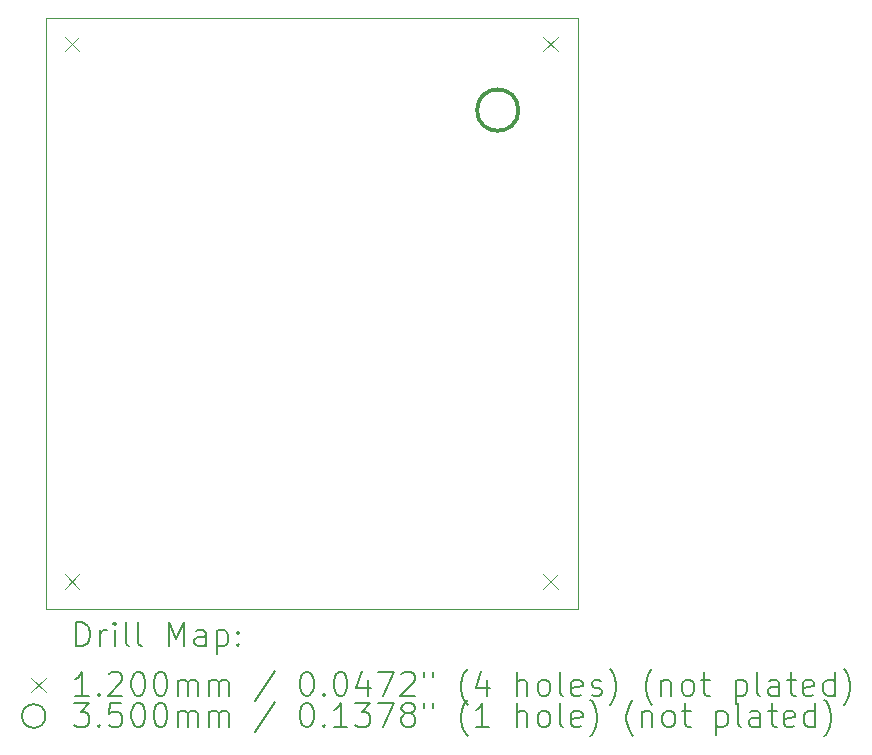
<source format=gbr>
%TF.GenerationSoftware,KiCad,Pcbnew,8.0.1*%
%TF.CreationDate,2024-04-11T07:46:41+08:00*%
%TF.ProjectId,input-nodes,696e7075-742d-46e6-9f64-65732e6b6963,rev?*%
%TF.SameCoordinates,Original*%
%TF.FileFunction,Drillmap*%
%TF.FilePolarity,Positive*%
%FSLAX45Y45*%
G04 Gerber Fmt 4.5, Leading zero omitted, Abs format (unit mm)*
G04 Created by KiCad (PCBNEW 8.0.1) date 2024-04-11 07:46:41*
%MOMM*%
%LPD*%
G01*
G04 APERTURE LIST*
%ADD10C,0.100000*%
%ADD11C,0.200000*%
%ADD12C,0.120000*%
%ADD13C,0.350000*%
G04 APERTURE END LIST*
D10*
X9080000Y-7280000D02*
X13580000Y-7280000D01*
X13580000Y-12280000D01*
X9080000Y-12280000D01*
X9080000Y-7280000D01*
D11*
D12*
X9240000Y-7440000D02*
X9360000Y-7560000D01*
X9360000Y-7440000D02*
X9240000Y-7560000D01*
X9240000Y-11990000D02*
X9360000Y-12110000D01*
X9360000Y-11990000D02*
X9240000Y-12110000D01*
X13290000Y-7440000D02*
X13410000Y-7560000D01*
X13410000Y-7440000D02*
X13290000Y-7560000D01*
X13290000Y-11990000D02*
X13410000Y-12110000D01*
X13410000Y-11990000D02*
X13290000Y-12110000D01*
D13*
X13078000Y-8059000D02*
G75*
G02*
X12728000Y-8059000I-175000J0D01*
G01*
X12728000Y-8059000D02*
G75*
G02*
X13078000Y-8059000I175000J0D01*
G01*
D11*
X9335777Y-12596484D02*
X9335777Y-12396484D01*
X9335777Y-12396484D02*
X9383396Y-12396484D01*
X9383396Y-12396484D02*
X9411967Y-12406008D01*
X9411967Y-12406008D02*
X9431015Y-12425055D01*
X9431015Y-12425055D02*
X9440539Y-12444103D01*
X9440539Y-12444103D02*
X9450063Y-12482198D01*
X9450063Y-12482198D02*
X9450063Y-12510769D01*
X9450063Y-12510769D02*
X9440539Y-12548865D01*
X9440539Y-12548865D02*
X9431015Y-12567912D01*
X9431015Y-12567912D02*
X9411967Y-12586960D01*
X9411967Y-12586960D02*
X9383396Y-12596484D01*
X9383396Y-12596484D02*
X9335777Y-12596484D01*
X9535777Y-12596484D02*
X9535777Y-12463150D01*
X9535777Y-12501246D02*
X9545301Y-12482198D01*
X9545301Y-12482198D02*
X9554824Y-12472674D01*
X9554824Y-12472674D02*
X9573872Y-12463150D01*
X9573872Y-12463150D02*
X9592920Y-12463150D01*
X9659586Y-12596484D02*
X9659586Y-12463150D01*
X9659586Y-12396484D02*
X9650063Y-12406008D01*
X9650063Y-12406008D02*
X9659586Y-12415531D01*
X9659586Y-12415531D02*
X9669110Y-12406008D01*
X9669110Y-12406008D02*
X9659586Y-12396484D01*
X9659586Y-12396484D02*
X9659586Y-12415531D01*
X9783396Y-12596484D02*
X9764348Y-12586960D01*
X9764348Y-12586960D02*
X9754824Y-12567912D01*
X9754824Y-12567912D02*
X9754824Y-12396484D01*
X9888158Y-12596484D02*
X9869110Y-12586960D01*
X9869110Y-12586960D02*
X9859586Y-12567912D01*
X9859586Y-12567912D02*
X9859586Y-12396484D01*
X10116729Y-12596484D02*
X10116729Y-12396484D01*
X10116729Y-12396484D02*
X10183396Y-12539341D01*
X10183396Y-12539341D02*
X10250063Y-12396484D01*
X10250063Y-12396484D02*
X10250063Y-12596484D01*
X10431015Y-12596484D02*
X10431015Y-12491722D01*
X10431015Y-12491722D02*
X10421491Y-12472674D01*
X10421491Y-12472674D02*
X10402444Y-12463150D01*
X10402444Y-12463150D02*
X10364348Y-12463150D01*
X10364348Y-12463150D02*
X10345301Y-12472674D01*
X10431015Y-12586960D02*
X10411967Y-12596484D01*
X10411967Y-12596484D02*
X10364348Y-12596484D01*
X10364348Y-12596484D02*
X10345301Y-12586960D01*
X10345301Y-12586960D02*
X10335777Y-12567912D01*
X10335777Y-12567912D02*
X10335777Y-12548865D01*
X10335777Y-12548865D02*
X10345301Y-12529817D01*
X10345301Y-12529817D02*
X10364348Y-12520293D01*
X10364348Y-12520293D02*
X10411967Y-12520293D01*
X10411967Y-12520293D02*
X10431015Y-12510769D01*
X10526253Y-12463150D02*
X10526253Y-12663150D01*
X10526253Y-12472674D02*
X10545301Y-12463150D01*
X10545301Y-12463150D02*
X10583396Y-12463150D01*
X10583396Y-12463150D02*
X10602444Y-12472674D01*
X10602444Y-12472674D02*
X10611967Y-12482198D01*
X10611967Y-12482198D02*
X10621491Y-12501246D01*
X10621491Y-12501246D02*
X10621491Y-12558388D01*
X10621491Y-12558388D02*
X10611967Y-12577436D01*
X10611967Y-12577436D02*
X10602444Y-12586960D01*
X10602444Y-12586960D02*
X10583396Y-12596484D01*
X10583396Y-12596484D02*
X10545301Y-12596484D01*
X10545301Y-12596484D02*
X10526253Y-12586960D01*
X10707205Y-12577436D02*
X10716729Y-12586960D01*
X10716729Y-12586960D02*
X10707205Y-12596484D01*
X10707205Y-12596484D02*
X10697682Y-12586960D01*
X10697682Y-12586960D02*
X10707205Y-12577436D01*
X10707205Y-12577436D02*
X10707205Y-12596484D01*
X10707205Y-12472674D02*
X10716729Y-12482198D01*
X10716729Y-12482198D02*
X10707205Y-12491722D01*
X10707205Y-12491722D02*
X10697682Y-12482198D01*
X10697682Y-12482198D02*
X10707205Y-12472674D01*
X10707205Y-12472674D02*
X10707205Y-12491722D01*
D12*
X8955000Y-12865000D02*
X9075000Y-12985000D01*
X9075000Y-12865000D02*
X8955000Y-12985000D01*
D11*
X9440539Y-13016484D02*
X9326253Y-13016484D01*
X9383396Y-13016484D02*
X9383396Y-12816484D01*
X9383396Y-12816484D02*
X9364348Y-12845055D01*
X9364348Y-12845055D02*
X9345301Y-12864103D01*
X9345301Y-12864103D02*
X9326253Y-12873627D01*
X9526253Y-12997436D02*
X9535777Y-13006960D01*
X9535777Y-13006960D02*
X9526253Y-13016484D01*
X9526253Y-13016484D02*
X9516729Y-13006960D01*
X9516729Y-13006960D02*
X9526253Y-12997436D01*
X9526253Y-12997436D02*
X9526253Y-13016484D01*
X9611967Y-12835531D02*
X9621491Y-12826008D01*
X9621491Y-12826008D02*
X9640539Y-12816484D01*
X9640539Y-12816484D02*
X9688158Y-12816484D01*
X9688158Y-12816484D02*
X9707205Y-12826008D01*
X9707205Y-12826008D02*
X9716729Y-12835531D01*
X9716729Y-12835531D02*
X9726253Y-12854579D01*
X9726253Y-12854579D02*
X9726253Y-12873627D01*
X9726253Y-12873627D02*
X9716729Y-12902198D01*
X9716729Y-12902198D02*
X9602444Y-13016484D01*
X9602444Y-13016484D02*
X9726253Y-13016484D01*
X9850063Y-12816484D02*
X9869110Y-12816484D01*
X9869110Y-12816484D02*
X9888158Y-12826008D01*
X9888158Y-12826008D02*
X9897682Y-12835531D01*
X9897682Y-12835531D02*
X9907205Y-12854579D01*
X9907205Y-12854579D02*
X9916729Y-12892674D01*
X9916729Y-12892674D02*
X9916729Y-12940293D01*
X9916729Y-12940293D02*
X9907205Y-12978388D01*
X9907205Y-12978388D02*
X9897682Y-12997436D01*
X9897682Y-12997436D02*
X9888158Y-13006960D01*
X9888158Y-13006960D02*
X9869110Y-13016484D01*
X9869110Y-13016484D02*
X9850063Y-13016484D01*
X9850063Y-13016484D02*
X9831015Y-13006960D01*
X9831015Y-13006960D02*
X9821491Y-12997436D01*
X9821491Y-12997436D02*
X9811967Y-12978388D01*
X9811967Y-12978388D02*
X9802444Y-12940293D01*
X9802444Y-12940293D02*
X9802444Y-12892674D01*
X9802444Y-12892674D02*
X9811967Y-12854579D01*
X9811967Y-12854579D02*
X9821491Y-12835531D01*
X9821491Y-12835531D02*
X9831015Y-12826008D01*
X9831015Y-12826008D02*
X9850063Y-12816484D01*
X10040539Y-12816484D02*
X10059586Y-12816484D01*
X10059586Y-12816484D02*
X10078634Y-12826008D01*
X10078634Y-12826008D02*
X10088158Y-12835531D01*
X10088158Y-12835531D02*
X10097682Y-12854579D01*
X10097682Y-12854579D02*
X10107205Y-12892674D01*
X10107205Y-12892674D02*
X10107205Y-12940293D01*
X10107205Y-12940293D02*
X10097682Y-12978388D01*
X10097682Y-12978388D02*
X10088158Y-12997436D01*
X10088158Y-12997436D02*
X10078634Y-13006960D01*
X10078634Y-13006960D02*
X10059586Y-13016484D01*
X10059586Y-13016484D02*
X10040539Y-13016484D01*
X10040539Y-13016484D02*
X10021491Y-13006960D01*
X10021491Y-13006960D02*
X10011967Y-12997436D01*
X10011967Y-12997436D02*
X10002444Y-12978388D01*
X10002444Y-12978388D02*
X9992920Y-12940293D01*
X9992920Y-12940293D02*
X9992920Y-12892674D01*
X9992920Y-12892674D02*
X10002444Y-12854579D01*
X10002444Y-12854579D02*
X10011967Y-12835531D01*
X10011967Y-12835531D02*
X10021491Y-12826008D01*
X10021491Y-12826008D02*
X10040539Y-12816484D01*
X10192920Y-13016484D02*
X10192920Y-12883150D01*
X10192920Y-12902198D02*
X10202444Y-12892674D01*
X10202444Y-12892674D02*
X10221491Y-12883150D01*
X10221491Y-12883150D02*
X10250063Y-12883150D01*
X10250063Y-12883150D02*
X10269110Y-12892674D01*
X10269110Y-12892674D02*
X10278634Y-12911722D01*
X10278634Y-12911722D02*
X10278634Y-13016484D01*
X10278634Y-12911722D02*
X10288158Y-12892674D01*
X10288158Y-12892674D02*
X10307205Y-12883150D01*
X10307205Y-12883150D02*
X10335777Y-12883150D01*
X10335777Y-12883150D02*
X10354825Y-12892674D01*
X10354825Y-12892674D02*
X10364348Y-12911722D01*
X10364348Y-12911722D02*
X10364348Y-13016484D01*
X10459586Y-13016484D02*
X10459586Y-12883150D01*
X10459586Y-12902198D02*
X10469110Y-12892674D01*
X10469110Y-12892674D02*
X10488158Y-12883150D01*
X10488158Y-12883150D02*
X10516729Y-12883150D01*
X10516729Y-12883150D02*
X10535777Y-12892674D01*
X10535777Y-12892674D02*
X10545301Y-12911722D01*
X10545301Y-12911722D02*
X10545301Y-13016484D01*
X10545301Y-12911722D02*
X10554825Y-12892674D01*
X10554825Y-12892674D02*
X10573872Y-12883150D01*
X10573872Y-12883150D02*
X10602444Y-12883150D01*
X10602444Y-12883150D02*
X10621491Y-12892674D01*
X10621491Y-12892674D02*
X10631015Y-12911722D01*
X10631015Y-12911722D02*
X10631015Y-13016484D01*
X11021491Y-12806960D02*
X10850063Y-13064103D01*
X11278634Y-12816484D02*
X11297682Y-12816484D01*
X11297682Y-12816484D02*
X11316729Y-12826008D01*
X11316729Y-12826008D02*
X11326253Y-12835531D01*
X11326253Y-12835531D02*
X11335777Y-12854579D01*
X11335777Y-12854579D02*
X11345301Y-12892674D01*
X11345301Y-12892674D02*
X11345301Y-12940293D01*
X11345301Y-12940293D02*
X11335777Y-12978388D01*
X11335777Y-12978388D02*
X11326253Y-12997436D01*
X11326253Y-12997436D02*
X11316729Y-13006960D01*
X11316729Y-13006960D02*
X11297682Y-13016484D01*
X11297682Y-13016484D02*
X11278634Y-13016484D01*
X11278634Y-13016484D02*
X11259586Y-13006960D01*
X11259586Y-13006960D02*
X11250063Y-12997436D01*
X11250063Y-12997436D02*
X11240539Y-12978388D01*
X11240539Y-12978388D02*
X11231015Y-12940293D01*
X11231015Y-12940293D02*
X11231015Y-12892674D01*
X11231015Y-12892674D02*
X11240539Y-12854579D01*
X11240539Y-12854579D02*
X11250063Y-12835531D01*
X11250063Y-12835531D02*
X11259586Y-12826008D01*
X11259586Y-12826008D02*
X11278634Y-12816484D01*
X11431015Y-12997436D02*
X11440539Y-13006960D01*
X11440539Y-13006960D02*
X11431015Y-13016484D01*
X11431015Y-13016484D02*
X11421491Y-13006960D01*
X11421491Y-13006960D02*
X11431015Y-12997436D01*
X11431015Y-12997436D02*
X11431015Y-13016484D01*
X11564348Y-12816484D02*
X11583396Y-12816484D01*
X11583396Y-12816484D02*
X11602444Y-12826008D01*
X11602444Y-12826008D02*
X11611967Y-12835531D01*
X11611967Y-12835531D02*
X11621491Y-12854579D01*
X11621491Y-12854579D02*
X11631015Y-12892674D01*
X11631015Y-12892674D02*
X11631015Y-12940293D01*
X11631015Y-12940293D02*
X11621491Y-12978388D01*
X11621491Y-12978388D02*
X11611967Y-12997436D01*
X11611967Y-12997436D02*
X11602444Y-13006960D01*
X11602444Y-13006960D02*
X11583396Y-13016484D01*
X11583396Y-13016484D02*
X11564348Y-13016484D01*
X11564348Y-13016484D02*
X11545301Y-13006960D01*
X11545301Y-13006960D02*
X11535777Y-12997436D01*
X11535777Y-12997436D02*
X11526253Y-12978388D01*
X11526253Y-12978388D02*
X11516729Y-12940293D01*
X11516729Y-12940293D02*
X11516729Y-12892674D01*
X11516729Y-12892674D02*
X11526253Y-12854579D01*
X11526253Y-12854579D02*
X11535777Y-12835531D01*
X11535777Y-12835531D02*
X11545301Y-12826008D01*
X11545301Y-12826008D02*
X11564348Y-12816484D01*
X11802444Y-12883150D02*
X11802444Y-13016484D01*
X11754825Y-12806960D02*
X11707206Y-12949817D01*
X11707206Y-12949817D02*
X11831015Y-12949817D01*
X11888158Y-12816484D02*
X12021491Y-12816484D01*
X12021491Y-12816484D02*
X11935777Y-13016484D01*
X12088158Y-12835531D02*
X12097682Y-12826008D01*
X12097682Y-12826008D02*
X12116729Y-12816484D01*
X12116729Y-12816484D02*
X12164348Y-12816484D01*
X12164348Y-12816484D02*
X12183396Y-12826008D01*
X12183396Y-12826008D02*
X12192920Y-12835531D01*
X12192920Y-12835531D02*
X12202444Y-12854579D01*
X12202444Y-12854579D02*
X12202444Y-12873627D01*
X12202444Y-12873627D02*
X12192920Y-12902198D01*
X12192920Y-12902198D02*
X12078634Y-13016484D01*
X12078634Y-13016484D02*
X12202444Y-13016484D01*
X12278634Y-12816484D02*
X12278634Y-12854579D01*
X12354825Y-12816484D02*
X12354825Y-12854579D01*
X12650063Y-13092674D02*
X12640539Y-13083150D01*
X12640539Y-13083150D02*
X12621491Y-13054579D01*
X12621491Y-13054579D02*
X12611968Y-13035531D01*
X12611968Y-13035531D02*
X12602444Y-13006960D01*
X12602444Y-13006960D02*
X12592920Y-12959341D01*
X12592920Y-12959341D02*
X12592920Y-12921246D01*
X12592920Y-12921246D02*
X12602444Y-12873627D01*
X12602444Y-12873627D02*
X12611968Y-12845055D01*
X12611968Y-12845055D02*
X12621491Y-12826008D01*
X12621491Y-12826008D02*
X12640539Y-12797436D01*
X12640539Y-12797436D02*
X12650063Y-12787912D01*
X12811968Y-12883150D02*
X12811968Y-13016484D01*
X12764348Y-12806960D02*
X12716729Y-12949817D01*
X12716729Y-12949817D02*
X12840539Y-12949817D01*
X13069110Y-13016484D02*
X13069110Y-12816484D01*
X13154825Y-13016484D02*
X13154825Y-12911722D01*
X13154825Y-12911722D02*
X13145301Y-12892674D01*
X13145301Y-12892674D02*
X13126253Y-12883150D01*
X13126253Y-12883150D02*
X13097682Y-12883150D01*
X13097682Y-12883150D02*
X13078634Y-12892674D01*
X13078634Y-12892674D02*
X13069110Y-12902198D01*
X13278634Y-13016484D02*
X13259587Y-13006960D01*
X13259587Y-13006960D02*
X13250063Y-12997436D01*
X13250063Y-12997436D02*
X13240539Y-12978388D01*
X13240539Y-12978388D02*
X13240539Y-12921246D01*
X13240539Y-12921246D02*
X13250063Y-12902198D01*
X13250063Y-12902198D02*
X13259587Y-12892674D01*
X13259587Y-12892674D02*
X13278634Y-12883150D01*
X13278634Y-12883150D02*
X13307206Y-12883150D01*
X13307206Y-12883150D02*
X13326253Y-12892674D01*
X13326253Y-12892674D02*
X13335777Y-12902198D01*
X13335777Y-12902198D02*
X13345301Y-12921246D01*
X13345301Y-12921246D02*
X13345301Y-12978388D01*
X13345301Y-12978388D02*
X13335777Y-12997436D01*
X13335777Y-12997436D02*
X13326253Y-13006960D01*
X13326253Y-13006960D02*
X13307206Y-13016484D01*
X13307206Y-13016484D02*
X13278634Y-13016484D01*
X13459587Y-13016484D02*
X13440539Y-13006960D01*
X13440539Y-13006960D02*
X13431015Y-12987912D01*
X13431015Y-12987912D02*
X13431015Y-12816484D01*
X13611968Y-13006960D02*
X13592920Y-13016484D01*
X13592920Y-13016484D02*
X13554825Y-13016484D01*
X13554825Y-13016484D02*
X13535777Y-13006960D01*
X13535777Y-13006960D02*
X13526253Y-12987912D01*
X13526253Y-12987912D02*
X13526253Y-12911722D01*
X13526253Y-12911722D02*
X13535777Y-12892674D01*
X13535777Y-12892674D02*
X13554825Y-12883150D01*
X13554825Y-12883150D02*
X13592920Y-12883150D01*
X13592920Y-12883150D02*
X13611968Y-12892674D01*
X13611968Y-12892674D02*
X13621491Y-12911722D01*
X13621491Y-12911722D02*
X13621491Y-12930769D01*
X13621491Y-12930769D02*
X13526253Y-12949817D01*
X13697682Y-13006960D02*
X13716730Y-13016484D01*
X13716730Y-13016484D02*
X13754825Y-13016484D01*
X13754825Y-13016484D02*
X13773872Y-13006960D01*
X13773872Y-13006960D02*
X13783396Y-12987912D01*
X13783396Y-12987912D02*
X13783396Y-12978388D01*
X13783396Y-12978388D02*
X13773872Y-12959341D01*
X13773872Y-12959341D02*
X13754825Y-12949817D01*
X13754825Y-12949817D02*
X13726253Y-12949817D01*
X13726253Y-12949817D02*
X13707206Y-12940293D01*
X13707206Y-12940293D02*
X13697682Y-12921246D01*
X13697682Y-12921246D02*
X13697682Y-12911722D01*
X13697682Y-12911722D02*
X13707206Y-12892674D01*
X13707206Y-12892674D02*
X13726253Y-12883150D01*
X13726253Y-12883150D02*
X13754825Y-12883150D01*
X13754825Y-12883150D02*
X13773872Y-12892674D01*
X13850063Y-13092674D02*
X13859587Y-13083150D01*
X13859587Y-13083150D02*
X13878634Y-13054579D01*
X13878634Y-13054579D02*
X13888158Y-13035531D01*
X13888158Y-13035531D02*
X13897682Y-13006960D01*
X13897682Y-13006960D02*
X13907206Y-12959341D01*
X13907206Y-12959341D02*
X13907206Y-12921246D01*
X13907206Y-12921246D02*
X13897682Y-12873627D01*
X13897682Y-12873627D02*
X13888158Y-12845055D01*
X13888158Y-12845055D02*
X13878634Y-12826008D01*
X13878634Y-12826008D02*
X13859587Y-12797436D01*
X13859587Y-12797436D02*
X13850063Y-12787912D01*
X14211968Y-13092674D02*
X14202444Y-13083150D01*
X14202444Y-13083150D02*
X14183396Y-13054579D01*
X14183396Y-13054579D02*
X14173872Y-13035531D01*
X14173872Y-13035531D02*
X14164349Y-13006960D01*
X14164349Y-13006960D02*
X14154825Y-12959341D01*
X14154825Y-12959341D02*
X14154825Y-12921246D01*
X14154825Y-12921246D02*
X14164349Y-12873627D01*
X14164349Y-12873627D02*
X14173872Y-12845055D01*
X14173872Y-12845055D02*
X14183396Y-12826008D01*
X14183396Y-12826008D02*
X14202444Y-12797436D01*
X14202444Y-12797436D02*
X14211968Y-12787912D01*
X14288158Y-12883150D02*
X14288158Y-13016484D01*
X14288158Y-12902198D02*
X14297682Y-12892674D01*
X14297682Y-12892674D02*
X14316730Y-12883150D01*
X14316730Y-12883150D02*
X14345301Y-12883150D01*
X14345301Y-12883150D02*
X14364349Y-12892674D01*
X14364349Y-12892674D02*
X14373872Y-12911722D01*
X14373872Y-12911722D02*
X14373872Y-13016484D01*
X14497682Y-13016484D02*
X14478634Y-13006960D01*
X14478634Y-13006960D02*
X14469111Y-12997436D01*
X14469111Y-12997436D02*
X14459587Y-12978388D01*
X14459587Y-12978388D02*
X14459587Y-12921246D01*
X14459587Y-12921246D02*
X14469111Y-12902198D01*
X14469111Y-12902198D02*
X14478634Y-12892674D01*
X14478634Y-12892674D02*
X14497682Y-12883150D01*
X14497682Y-12883150D02*
X14526253Y-12883150D01*
X14526253Y-12883150D02*
X14545301Y-12892674D01*
X14545301Y-12892674D02*
X14554825Y-12902198D01*
X14554825Y-12902198D02*
X14564349Y-12921246D01*
X14564349Y-12921246D02*
X14564349Y-12978388D01*
X14564349Y-12978388D02*
X14554825Y-12997436D01*
X14554825Y-12997436D02*
X14545301Y-13006960D01*
X14545301Y-13006960D02*
X14526253Y-13016484D01*
X14526253Y-13016484D02*
X14497682Y-13016484D01*
X14621492Y-12883150D02*
X14697682Y-12883150D01*
X14650063Y-12816484D02*
X14650063Y-12987912D01*
X14650063Y-12987912D02*
X14659587Y-13006960D01*
X14659587Y-13006960D02*
X14678634Y-13016484D01*
X14678634Y-13016484D02*
X14697682Y-13016484D01*
X14916730Y-12883150D02*
X14916730Y-13083150D01*
X14916730Y-12892674D02*
X14935777Y-12883150D01*
X14935777Y-12883150D02*
X14973873Y-12883150D01*
X14973873Y-12883150D02*
X14992920Y-12892674D01*
X14992920Y-12892674D02*
X15002444Y-12902198D01*
X15002444Y-12902198D02*
X15011968Y-12921246D01*
X15011968Y-12921246D02*
X15011968Y-12978388D01*
X15011968Y-12978388D02*
X15002444Y-12997436D01*
X15002444Y-12997436D02*
X14992920Y-13006960D01*
X14992920Y-13006960D02*
X14973873Y-13016484D01*
X14973873Y-13016484D02*
X14935777Y-13016484D01*
X14935777Y-13016484D02*
X14916730Y-13006960D01*
X15126253Y-13016484D02*
X15107206Y-13006960D01*
X15107206Y-13006960D02*
X15097682Y-12987912D01*
X15097682Y-12987912D02*
X15097682Y-12816484D01*
X15288158Y-13016484D02*
X15288158Y-12911722D01*
X15288158Y-12911722D02*
X15278634Y-12892674D01*
X15278634Y-12892674D02*
X15259587Y-12883150D01*
X15259587Y-12883150D02*
X15221492Y-12883150D01*
X15221492Y-12883150D02*
X15202444Y-12892674D01*
X15288158Y-13006960D02*
X15269111Y-13016484D01*
X15269111Y-13016484D02*
X15221492Y-13016484D01*
X15221492Y-13016484D02*
X15202444Y-13006960D01*
X15202444Y-13006960D02*
X15192920Y-12987912D01*
X15192920Y-12987912D02*
X15192920Y-12968865D01*
X15192920Y-12968865D02*
X15202444Y-12949817D01*
X15202444Y-12949817D02*
X15221492Y-12940293D01*
X15221492Y-12940293D02*
X15269111Y-12940293D01*
X15269111Y-12940293D02*
X15288158Y-12930769D01*
X15354825Y-12883150D02*
X15431015Y-12883150D01*
X15383396Y-12816484D02*
X15383396Y-12987912D01*
X15383396Y-12987912D02*
X15392920Y-13006960D01*
X15392920Y-13006960D02*
X15411968Y-13016484D01*
X15411968Y-13016484D02*
X15431015Y-13016484D01*
X15573873Y-13006960D02*
X15554825Y-13016484D01*
X15554825Y-13016484D02*
X15516730Y-13016484D01*
X15516730Y-13016484D02*
X15497682Y-13006960D01*
X15497682Y-13006960D02*
X15488158Y-12987912D01*
X15488158Y-12987912D02*
X15488158Y-12911722D01*
X15488158Y-12911722D02*
X15497682Y-12892674D01*
X15497682Y-12892674D02*
X15516730Y-12883150D01*
X15516730Y-12883150D02*
X15554825Y-12883150D01*
X15554825Y-12883150D02*
X15573873Y-12892674D01*
X15573873Y-12892674D02*
X15583396Y-12911722D01*
X15583396Y-12911722D02*
X15583396Y-12930769D01*
X15583396Y-12930769D02*
X15488158Y-12949817D01*
X15754825Y-13016484D02*
X15754825Y-12816484D01*
X15754825Y-13006960D02*
X15735777Y-13016484D01*
X15735777Y-13016484D02*
X15697682Y-13016484D01*
X15697682Y-13016484D02*
X15678634Y-13006960D01*
X15678634Y-13006960D02*
X15669111Y-12997436D01*
X15669111Y-12997436D02*
X15659587Y-12978388D01*
X15659587Y-12978388D02*
X15659587Y-12921246D01*
X15659587Y-12921246D02*
X15669111Y-12902198D01*
X15669111Y-12902198D02*
X15678634Y-12892674D01*
X15678634Y-12892674D02*
X15697682Y-12883150D01*
X15697682Y-12883150D02*
X15735777Y-12883150D01*
X15735777Y-12883150D02*
X15754825Y-12892674D01*
X15831015Y-13092674D02*
X15840539Y-13083150D01*
X15840539Y-13083150D02*
X15859587Y-13054579D01*
X15859587Y-13054579D02*
X15869111Y-13035531D01*
X15869111Y-13035531D02*
X15878634Y-13006960D01*
X15878634Y-13006960D02*
X15888158Y-12959341D01*
X15888158Y-12959341D02*
X15888158Y-12921246D01*
X15888158Y-12921246D02*
X15878634Y-12873627D01*
X15878634Y-12873627D02*
X15869111Y-12845055D01*
X15869111Y-12845055D02*
X15859587Y-12826008D01*
X15859587Y-12826008D02*
X15840539Y-12797436D01*
X15840539Y-12797436D02*
X15831015Y-12787912D01*
X9075000Y-13189000D02*
G75*
G02*
X8875000Y-13189000I-100000J0D01*
G01*
X8875000Y-13189000D02*
G75*
G02*
X9075000Y-13189000I100000J0D01*
G01*
X9316729Y-13080484D02*
X9440539Y-13080484D01*
X9440539Y-13080484D02*
X9373872Y-13156674D01*
X9373872Y-13156674D02*
X9402444Y-13156674D01*
X9402444Y-13156674D02*
X9421491Y-13166198D01*
X9421491Y-13166198D02*
X9431015Y-13175722D01*
X9431015Y-13175722D02*
X9440539Y-13194769D01*
X9440539Y-13194769D02*
X9440539Y-13242388D01*
X9440539Y-13242388D02*
X9431015Y-13261436D01*
X9431015Y-13261436D02*
X9421491Y-13270960D01*
X9421491Y-13270960D02*
X9402444Y-13280484D01*
X9402444Y-13280484D02*
X9345301Y-13280484D01*
X9345301Y-13280484D02*
X9326253Y-13270960D01*
X9326253Y-13270960D02*
X9316729Y-13261436D01*
X9526253Y-13261436D02*
X9535777Y-13270960D01*
X9535777Y-13270960D02*
X9526253Y-13280484D01*
X9526253Y-13280484D02*
X9516729Y-13270960D01*
X9516729Y-13270960D02*
X9526253Y-13261436D01*
X9526253Y-13261436D02*
X9526253Y-13280484D01*
X9716729Y-13080484D02*
X9621491Y-13080484D01*
X9621491Y-13080484D02*
X9611967Y-13175722D01*
X9611967Y-13175722D02*
X9621491Y-13166198D01*
X9621491Y-13166198D02*
X9640539Y-13156674D01*
X9640539Y-13156674D02*
X9688158Y-13156674D01*
X9688158Y-13156674D02*
X9707205Y-13166198D01*
X9707205Y-13166198D02*
X9716729Y-13175722D01*
X9716729Y-13175722D02*
X9726253Y-13194769D01*
X9726253Y-13194769D02*
X9726253Y-13242388D01*
X9726253Y-13242388D02*
X9716729Y-13261436D01*
X9716729Y-13261436D02*
X9707205Y-13270960D01*
X9707205Y-13270960D02*
X9688158Y-13280484D01*
X9688158Y-13280484D02*
X9640539Y-13280484D01*
X9640539Y-13280484D02*
X9621491Y-13270960D01*
X9621491Y-13270960D02*
X9611967Y-13261436D01*
X9850063Y-13080484D02*
X9869110Y-13080484D01*
X9869110Y-13080484D02*
X9888158Y-13090008D01*
X9888158Y-13090008D02*
X9897682Y-13099531D01*
X9897682Y-13099531D02*
X9907205Y-13118579D01*
X9907205Y-13118579D02*
X9916729Y-13156674D01*
X9916729Y-13156674D02*
X9916729Y-13204293D01*
X9916729Y-13204293D02*
X9907205Y-13242388D01*
X9907205Y-13242388D02*
X9897682Y-13261436D01*
X9897682Y-13261436D02*
X9888158Y-13270960D01*
X9888158Y-13270960D02*
X9869110Y-13280484D01*
X9869110Y-13280484D02*
X9850063Y-13280484D01*
X9850063Y-13280484D02*
X9831015Y-13270960D01*
X9831015Y-13270960D02*
X9821491Y-13261436D01*
X9821491Y-13261436D02*
X9811967Y-13242388D01*
X9811967Y-13242388D02*
X9802444Y-13204293D01*
X9802444Y-13204293D02*
X9802444Y-13156674D01*
X9802444Y-13156674D02*
X9811967Y-13118579D01*
X9811967Y-13118579D02*
X9821491Y-13099531D01*
X9821491Y-13099531D02*
X9831015Y-13090008D01*
X9831015Y-13090008D02*
X9850063Y-13080484D01*
X10040539Y-13080484D02*
X10059586Y-13080484D01*
X10059586Y-13080484D02*
X10078634Y-13090008D01*
X10078634Y-13090008D02*
X10088158Y-13099531D01*
X10088158Y-13099531D02*
X10097682Y-13118579D01*
X10097682Y-13118579D02*
X10107205Y-13156674D01*
X10107205Y-13156674D02*
X10107205Y-13204293D01*
X10107205Y-13204293D02*
X10097682Y-13242388D01*
X10097682Y-13242388D02*
X10088158Y-13261436D01*
X10088158Y-13261436D02*
X10078634Y-13270960D01*
X10078634Y-13270960D02*
X10059586Y-13280484D01*
X10059586Y-13280484D02*
X10040539Y-13280484D01*
X10040539Y-13280484D02*
X10021491Y-13270960D01*
X10021491Y-13270960D02*
X10011967Y-13261436D01*
X10011967Y-13261436D02*
X10002444Y-13242388D01*
X10002444Y-13242388D02*
X9992920Y-13204293D01*
X9992920Y-13204293D02*
X9992920Y-13156674D01*
X9992920Y-13156674D02*
X10002444Y-13118579D01*
X10002444Y-13118579D02*
X10011967Y-13099531D01*
X10011967Y-13099531D02*
X10021491Y-13090008D01*
X10021491Y-13090008D02*
X10040539Y-13080484D01*
X10192920Y-13280484D02*
X10192920Y-13147150D01*
X10192920Y-13166198D02*
X10202444Y-13156674D01*
X10202444Y-13156674D02*
X10221491Y-13147150D01*
X10221491Y-13147150D02*
X10250063Y-13147150D01*
X10250063Y-13147150D02*
X10269110Y-13156674D01*
X10269110Y-13156674D02*
X10278634Y-13175722D01*
X10278634Y-13175722D02*
X10278634Y-13280484D01*
X10278634Y-13175722D02*
X10288158Y-13156674D01*
X10288158Y-13156674D02*
X10307205Y-13147150D01*
X10307205Y-13147150D02*
X10335777Y-13147150D01*
X10335777Y-13147150D02*
X10354825Y-13156674D01*
X10354825Y-13156674D02*
X10364348Y-13175722D01*
X10364348Y-13175722D02*
X10364348Y-13280484D01*
X10459586Y-13280484D02*
X10459586Y-13147150D01*
X10459586Y-13166198D02*
X10469110Y-13156674D01*
X10469110Y-13156674D02*
X10488158Y-13147150D01*
X10488158Y-13147150D02*
X10516729Y-13147150D01*
X10516729Y-13147150D02*
X10535777Y-13156674D01*
X10535777Y-13156674D02*
X10545301Y-13175722D01*
X10545301Y-13175722D02*
X10545301Y-13280484D01*
X10545301Y-13175722D02*
X10554825Y-13156674D01*
X10554825Y-13156674D02*
X10573872Y-13147150D01*
X10573872Y-13147150D02*
X10602444Y-13147150D01*
X10602444Y-13147150D02*
X10621491Y-13156674D01*
X10621491Y-13156674D02*
X10631015Y-13175722D01*
X10631015Y-13175722D02*
X10631015Y-13280484D01*
X11021491Y-13070960D02*
X10850063Y-13328103D01*
X11278634Y-13080484D02*
X11297682Y-13080484D01*
X11297682Y-13080484D02*
X11316729Y-13090008D01*
X11316729Y-13090008D02*
X11326253Y-13099531D01*
X11326253Y-13099531D02*
X11335777Y-13118579D01*
X11335777Y-13118579D02*
X11345301Y-13156674D01*
X11345301Y-13156674D02*
X11345301Y-13204293D01*
X11345301Y-13204293D02*
X11335777Y-13242388D01*
X11335777Y-13242388D02*
X11326253Y-13261436D01*
X11326253Y-13261436D02*
X11316729Y-13270960D01*
X11316729Y-13270960D02*
X11297682Y-13280484D01*
X11297682Y-13280484D02*
X11278634Y-13280484D01*
X11278634Y-13280484D02*
X11259586Y-13270960D01*
X11259586Y-13270960D02*
X11250063Y-13261436D01*
X11250063Y-13261436D02*
X11240539Y-13242388D01*
X11240539Y-13242388D02*
X11231015Y-13204293D01*
X11231015Y-13204293D02*
X11231015Y-13156674D01*
X11231015Y-13156674D02*
X11240539Y-13118579D01*
X11240539Y-13118579D02*
X11250063Y-13099531D01*
X11250063Y-13099531D02*
X11259586Y-13090008D01*
X11259586Y-13090008D02*
X11278634Y-13080484D01*
X11431015Y-13261436D02*
X11440539Y-13270960D01*
X11440539Y-13270960D02*
X11431015Y-13280484D01*
X11431015Y-13280484D02*
X11421491Y-13270960D01*
X11421491Y-13270960D02*
X11431015Y-13261436D01*
X11431015Y-13261436D02*
X11431015Y-13280484D01*
X11631015Y-13280484D02*
X11516729Y-13280484D01*
X11573872Y-13280484D02*
X11573872Y-13080484D01*
X11573872Y-13080484D02*
X11554825Y-13109055D01*
X11554825Y-13109055D02*
X11535777Y-13128103D01*
X11535777Y-13128103D02*
X11516729Y-13137627D01*
X11697682Y-13080484D02*
X11821491Y-13080484D01*
X11821491Y-13080484D02*
X11754825Y-13156674D01*
X11754825Y-13156674D02*
X11783396Y-13156674D01*
X11783396Y-13156674D02*
X11802444Y-13166198D01*
X11802444Y-13166198D02*
X11811967Y-13175722D01*
X11811967Y-13175722D02*
X11821491Y-13194769D01*
X11821491Y-13194769D02*
X11821491Y-13242388D01*
X11821491Y-13242388D02*
X11811967Y-13261436D01*
X11811967Y-13261436D02*
X11802444Y-13270960D01*
X11802444Y-13270960D02*
X11783396Y-13280484D01*
X11783396Y-13280484D02*
X11726253Y-13280484D01*
X11726253Y-13280484D02*
X11707206Y-13270960D01*
X11707206Y-13270960D02*
X11697682Y-13261436D01*
X11888158Y-13080484D02*
X12021491Y-13080484D01*
X12021491Y-13080484D02*
X11935777Y-13280484D01*
X12126253Y-13166198D02*
X12107206Y-13156674D01*
X12107206Y-13156674D02*
X12097682Y-13147150D01*
X12097682Y-13147150D02*
X12088158Y-13128103D01*
X12088158Y-13128103D02*
X12088158Y-13118579D01*
X12088158Y-13118579D02*
X12097682Y-13099531D01*
X12097682Y-13099531D02*
X12107206Y-13090008D01*
X12107206Y-13090008D02*
X12126253Y-13080484D01*
X12126253Y-13080484D02*
X12164348Y-13080484D01*
X12164348Y-13080484D02*
X12183396Y-13090008D01*
X12183396Y-13090008D02*
X12192920Y-13099531D01*
X12192920Y-13099531D02*
X12202444Y-13118579D01*
X12202444Y-13118579D02*
X12202444Y-13128103D01*
X12202444Y-13128103D02*
X12192920Y-13147150D01*
X12192920Y-13147150D02*
X12183396Y-13156674D01*
X12183396Y-13156674D02*
X12164348Y-13166198D01*
X12164348Y-13166198D02*
X12126253Y-13166198D01*
X12126253Y-13166198D02*
X12107206Y-13175722D01*
X12107206Y-13175722D02*
X12097682Y-13185246D01*
X12097682Y-13185246D02*
X12088158Y-13204293D01*
X12088158Y-13204293D02*
X12088158Y-13242388D01*
X12088158Y-13242388D02*
X12097682Y-13261436D01*
X12097682Y-13261436D02*
X12107206Y-13270960D01*
X12107206Y-13270960D02*
X12126253Y-13280484D01*
X12126253Y-13280484D02*
X12164348Y-13280484D01*
X12164348Y-13280484D02*
X12183396Y-13270960D01*
X12183396Y-13270960D02*
X12192920Y-13261436D01*
X12192920Y-13261436D02*
X12202444Y-13242388D01*
X12202444Y-13242388D02*
X12202444Y-13204293D01*
X12202444Y-13204293D02*
X12192920Y-13185246D01*
X12192920Y-13185246D02*
X12183396Y-13175722D01*
X12183396Y-13175722D02*
X12164348Y-13166198D01*
X12278634Y-13080484D02*
X12278634Y-13118579D01*
X12354825Y-13080484D02*
X12354825Y-13118579D01*
X12650063Y-13356674D02*
X12640539Y-13347150D01*
X12640539Y-13347150D02*
X12621491Y-13318579D01*
X12621491Y-13318579D02*
X12611968Y-13299531D01*
X12611968Y-13299531D02*
X12602444Y-13270960D01*
X12602444Y-13270960D02*
X12592920Y-13223341D01*
X12592920Y-13223341D02*
X12592920Y-13185246D01*
X12592920Y-13185246D02*
X12602444Y-13137627D01*
X12602444Y-13137627D02*
X12611968Y-13109055D01*
X12611968Y-13109055D02*
X12621491Y-13090008D01*
X12621491Y-13090008D02*
X12640539Y-13061436D01*
X12640539Y-13061436D02*
X12650063Y-13051912D01*
X12831015Y-13280484D02*
X12716729Y-13280484D01*
X12773872Y-13280484D02*
X12773872Y-13080484D01*
X12773872Y-13080484D02*
X12754825Y-13109055D01*
X12754825Y-13109055D02*
X12735777Y-13128103D01*
X12735777Y-13128103D02*
X12716729Y-13137627D01*
X13069110Y-13280484D02*
X13069110Y-13080484D01*
X13154825Y-13280484D02*
X13154825Y-13175722D01*
X13154825Y-13175722D02*
X13145301Y-13156674D01*
X13145301Y-13156674D02*
X13126253Y-13147150D01*
X13126253Y-13147150D02*
X13097682Y-13147150D01*
X13097682Y-13147150D02*
X13078634Y-13156674D01*
X13078634Y-13156674D02*
X13069110Y-13166198D01*
X13278634Y-13280484D02*
X13259587Y-13270960D01*
X13259587Y-13270960D02*
X13250063Y-13261436D01*
X13250063Y-13261436D02*
X13240539Y-13242388D01*
X13240539Y-13242388D02*
X13240539Y-13185246D01*
X13240539Y-13185246D02*
X13250063Y-13166198D01*
X13250063Y-13166198D02*
X13259587Y-13156674D01*
X13259587Y-13156674D02*
X13278634Y-13147150D01*
X13278634Y-13147150D02*
X13307206Y-13147150D01*
X13307206Y-13147150D02*
X13326253Y-13156674D01*
X13326253Y-13156674D02*
X13335777Y-13166198D01*
X13335777Y-13166198D02*
X13345301Y-13185246D01*
X13345301Y-13185246D02*
X13345301Y-13242388D01*
X13345301Y-13242388D02*
X13335777Y-13261436D01*
X13335777Y-13261436D02*
X13326253Y-13270960D01*
X13326253Y-13270960D02*
X13307206Y-13280484D01*
X13307206Y-13280484D02*
X13278634Y-13280484D01*
X13459587Y-13280484D02*
X13440539Y-13270960D01*
X13440539Y-13270960D02*
X13431015Y-13251912D01*
X13431015Y-13251912D02*
X13431015Y-13080484D01*
X13611968Y-13270960D02*
X13592920Y-13280484D01*
X13592920Y-13280484D02*
X13554825Y-13280484D01*
X13554825Y-13280484D02*
X13535777Y-13270960D01*
X13535777Y-13270960D02*
X13526253Y-13251912D01*
X13526253Y-13251912D02*
X13526253Y-13175722D01*
X13526253Y-13175722D02*
X13535777Y-13156674D01*
X13535777Y-13156674D02*
X13554825Y-13147150D01*
X13554825Y-13147150D02*
X13592920Y-13147150D01*
X13592920Y-13147150D02*
X13611968Y-13156674D01*
X13611968Y-13156674D02*
X13621491Y-13175722D01*
X13621491Y-13175722D02*
X13621491Y-13194769D01*
X13621491Y-13194769D02*
X13526253Y-13213817D01*
X13688158Y-13356674D02*
X13697682Y-13347150D01*
X13697682Y-13347150D02*
X13716730Y-13318579D01*
X13716730Y-13318579D02*
X13726253Y-13299531D01*
X13726253Y-13299531D02*
X13735777Y-13270960D01*
X13735777Y-13270960D02*
X13745301Y-13223341D01*
X13745301Y-13223341D02*
X13745301Y-13185246D01*
X13745301Y-13185246D02*
X13735777Y-13137627D01*
X13735777Y-13137627D02*
X13726253Y-13109055D01*
X13726253Y-13109055D02*
X13716730Y-13090008D01*
X13716730Y-13090008D02*
X13697682Y-13061436D01*
X13697682Y-13061436D02*
X13688158Y-13051912D01*
X14050063Y-13356674D02*
X14040539Y-13347150D01*
X14040539Y-13347150D02*
X14021491Y-13318579D01*
X14021491Y-13318579D02*
X14011968Y-13299531D01*
X14011968Y-13299531D02*
X14002444Y-13270960D01*
X14002444Y-13270960D02*
X13992920Y-13223341D01*
X13992920Y-13223341D02*
X13992920Y-13185246D01*
X13992920Y-13185246D02*
X14002444Y-13137627D01*
X14002444Y-13137627D02*
X14011968Y-13109055D01*
X14011968Y-13109055D02*
X14021491Y-13090008D01*
X14021491Y-13090008D02*
X14040539Y-13061436D01*
X14040539Y-13061436D02*
X14050063Y-13051912D01*
X14126253Y-13147150D02*
X14126253Y-13280484D01*
X14126253Y-13166198D02*
X14135777Y-13156674D01*
X14135777Y-13156674D02*
X14154825Y-13147150D01*
X14154825Y-13147150D02*
X14183396Y-13147150D01*
X14183396Y-13147150D02*
X14202444Y-13156674D01*
X14202444Y-13156674D02*
X14211968Y-13175722D01*
X14211968Y-13175722D02*
X14211968Y-13280484D01*
X14335777Y-13280484D02*
X14316730Y-13270960D01*
X14316730Y-13270960D02*
X14307206Y-13261436D01*
X14307206Y-13261436D02*
X14297682Y-13242388D01*
X14297682Y-13242388D02*
X14297682Y-13185246D01*
X14297682Y-13185246D02*
X14307206Y-13166198D01*
X14307206Y-13166198D02*
X14316730Y-13156674D01*
X14316730Y-13156674D02*
X14335777Y-13147150D01*
X14335777Y-13147150D02*
X14364349Y-13147150D01*
X14364349Y-13147150D02*
X14383396Y-13156674D01*
X14383396Y-13156674D02*
X14392920Y-13166198D01*
X14392920Y-13166198D02*
X14402444Y-13185246D01*
X14402444Y-13185246D02*
X14402444Y-13242388D01*
X14402444Y-13242388D02*
X14392920Y-13261436D01*
X14392920Y-13261436D02*
X14383396Y-13270960D01*
X14383396Y-13270960D02*
X14364349Y-13280484D01*
X14364349Y-13280484D02*
X14335777Y-13280484D01*
X14459587Y-13147150D02*
X14535777Y-13147150D01*
X14488158Y-13080484D02*
X14488158Y-13251912D01*
X14488158Y-13251912D02*
X14497682Y-13270960D01*
X14497682Y-13270960D02*
X14516730Y-13280484D01*
X14516730Y-13280484D02*
X14535777Y-13280484D01*
X14754825Y-13147150D02*
X14754825Y-13347150D01*
X14754825Y-13156674D02*
X14773872Y-13147150D01*
X14773872Y-13147150D02*
X14811968Y-13147150D01*
X14811968Y-13147150D02*
X14831015Y-13156674D01*
X14831015Y-13156674D02*
X14840539Y-13166198D01*
X14840539Y-13166198D02*
X14850063Y-13185246D01*
X14850063Y-13185246D02*
X14850063Y-13242388D01*
X14850063Y-13242388D02*
X14840539Y-13261436D01*
X14840539Y-13261436D02*
X14831015Y-13270960D01*
X14831015Y-13270960D02*
X14811968Y-13280484D01*
X14811968Y-13280484D02*
X14773872Y-13280484D01*
X14773872Y-13280484D02*
X14754825Y-13270960D01*
X14964349Y-13280484D02*
X14945301Y-13270960D01*
X14945301Y-13270960D02*
X14935777Y-13251912D01*
X14935777Y-13251912D02*
X14935777Y-13080484D01*
X15126253Y-13280484D02*
X15126253Y-13175722D01*
X15126253Y-13175722D02*
X15116730Y-13156674D01*
X15116730Y-13156674D02*
X15097682Y-13147150D01*
X15097682Y-13147150D02*
X15059587Y-13147150D01*
X15059587Y-13147150D02*
X15040539Y-13156674D01*
X15126253Y-13270960D02*
X15107206Y-13280484D01*
X15107206Y-13280484D02*
X15059587Y-13280484D01*
X15059587Y-13280484D02*
X15040539Y-13270960D01*
X15040539Y-13270960D02*
X15031015Y-13251912D01*
X15031015Y-13251912D02*
X15031015Y-13232865D01*
X15031015Y-13232865D02*
X15040539Y-13213817D01*
X15040539Y-13213817D02*
X15059587Y-13204293D01*
X15059587Y-13204293D02*
X15107206Y-13204293D01*
X15107206Y-13204293D02*
X15126253Y-13194769D01*
X15192920Y-13147150D02*
X15269111Y-13147150D01*
X15221492Y-13080484D02*
X15221492Y-13251912D01*
X15221492Y-13251912D02*
X15231015Y-13270960D01*
X15231015Y-13270960D02*
X15250063Y-13280484D01*
X15250063Y-13280484D02*
X15269111Y-13280484D01*
X15411968Y-13270960D02*
X15392920Y-13280484D01*
X15392920Y-13280484D02*
X15354825Y-13280484D01*
X15354825Y-13280484D02*
X15335777Y-13270960D01*
X15335777Y-13270960D02*
X15326253Y-13251912D01*
X15326253Y-13251912D02*
X15326253Y-13175722D01*
X15326253Y-13175722D02*
X15335777Y-13156674D01*
X15335777Y-13156674D02*
X15354825Y-13147150D01*
X15354825Y-13147150D02*
X15392920Y-13147150D01*
X15392920Y-13147150D02*
X15411968Y-13156674D01*
X15411968Y-13156674D02*
X15421492Y-13175722D01*
X15421492Y-13175722D02*
X15421492Y-13194769D01*
X15421492Y-13194769D02*
X15326253Y-13213817D01*
X15592920Y-13280484D02*
X15592920Y-13080484D01*
X15592920Y-13270960D02*
X15573873Y-13280484D01*
X15573873Y-13280484D02*
X15535777Y-13280484D01*
X15535777Y-13280484D02*
X15516730Y-13270960D01*
X15516730Y-13270960D02*
X15507206Y-13261436D01*
X15507206Y-13261436D02*
X15497682Y-13242388D01*
X15497682Y-13242388D02*
X15497682Y-13185246D01*
X15497682Y-13185246D02*
X15507206Y-13166198D01*
X15507206Y-13166198D02*
X15516730Y-13156674D01*
X15516730Y-13156674D02*
X15535777Y-13147150D01*
X15535777Y-13147150D02*
X15573873Y-13147150D01*
X15573873Y-13147150D02*
X15592920Y-13156674D01*
X15669111Y-13356674D02*
X15678634Y-13347150D01*
X15678634Y-13347150D02*
X15697682Y-13318579D01*
X15697682Y-13318579D02*
X15707206Y-13299531D01*
X15707206Y-13299531D02*
X15716730Y-13270960D01*
X15716730Y-13270960D02*
X15726253Y-13223341D01*
X15726253Y-13223341D02*
X15726253Y-13185246D01*
X15726253Y-13185246D02*
X15716730Y-13137627D01*
X15716730Y-13137627D02*
X15707206Y-13109055D01*
X15707206Y-13109055D02*
X15697682Y-13090008D01*
X15697682Y-13090008D02*
X15678634Y-13061436D01*
X15678634Y-13061436D02*
X15669111Y-13051912D01*
M02*

</source>
